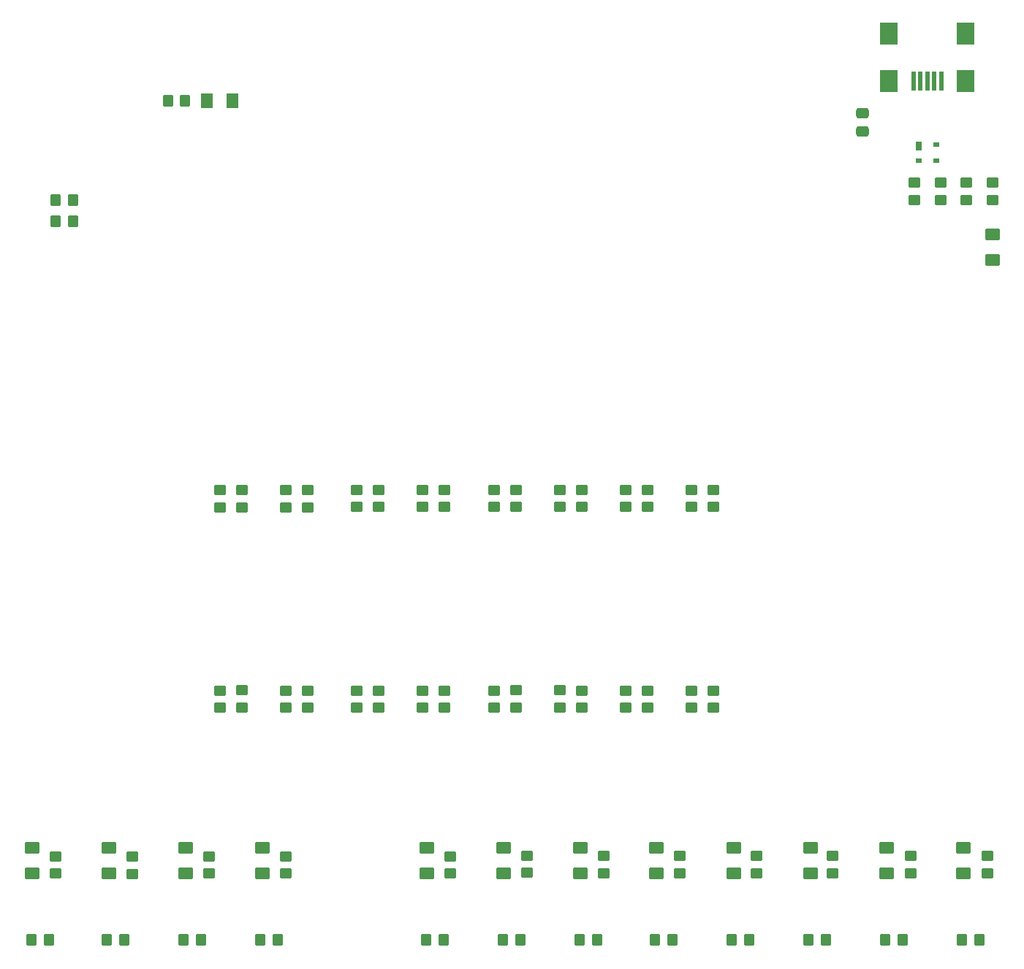
<source format=gtp>
G04 #@! TF.GenerationSoftware,KiCad,Pcbnew,(6.0.6)*
G04 #@! TF.CreationDate,2022-07-18T22:41:36+09:00*
G04 #@! TF.ProjectId,mifune_TE0890_local_board,6d696675-6e65-45f5-9445-303839305f6c,0.1*
G04 #@! TF.SameCoordinates,Original*
G04 #@! TF.FileFunction,Paste,Top*
G04 #@! TF.FilePolarity,Positive*
%FSLAX46Y46*%
G04 Gerber Fmt 4.6, Leading zero omitted, Abs format (unit mm)*
G04 Created by KiCad (PCBNEW (6.0.6)) date 2022-07-18 22:41:36*
%MOMM*%
%LPD*%
G01*
G04 APERTURE LIST*
G04 Aperture macros list*
%AMRoundRect*
0 Rectangle with rounded corners*
0 $1 Rounding radius*
0 $2 $3 $4 $5 $6 $7 $8 $9 X,Y pos of 4 corners*
0 Add a 4 corners polygon primitive as box body*
4,1,4,$2,$3,$4,$5,$6,$7,$8,$9,$2,$3,0*
0 Add four circle primitives for the rounded corners*
1,1,$1+$1,$2,$3*
1,1,$1+$1,$4,$5*
1,1,$1+$1,$6,$7*
1,1,$1+$1,$8,$9*
0 Add four rect primitives between the rounded corners*
20,1,$1+$1,$2,$3,$4,$5,0*
20,1,$1+$1,$4,$5,$6,$7,0*
20,1,$1+$1,$6,$7,$8,$9,0*
20,1,$1+$1,$8,$9,$2,$3,0*%
G04 Aperture macros list end*
%ADD10R,0.700000X1.000000*%
%ADD11R,0.700000X0.600000*%
%ADD12RoundRect,0.250001X-0.624999X0.462499X-0.624999X-0.462499X0.624999X-0.462499X0.624999X0.462499X0*%
%ADD13RoundRect,0.250000X0.350000X0.450000X-0.350000X0.450000X-0.350000X-0.450000X0.350000X-0.450000X0*%
%ADD14RoundRect,0.250000X0.450000X-0.350000X0.450000X0.350000X-0.450000X0.350000X-0.450000X-0.350000X0*%
%ADD15RoundRect,0.250001X0.462499X0.624999X-0.462499X0.624999X-0.462499X-0.624999X0.462499X-0.624999X0*%
%ADD16RoundRect,0.250000X-0.450000X0.350000X-0.450000X-0.350000X0.450000X-0.350000X0.450000X0.350000X0*%
%ADD17R,0.500000X2.300000*%
%ADD18R,2.000000X2.500000*%
%ADD19RoundRect,0.250000X-0.475000X0.337500X-0.475000X-0.337500X0.475000X-0.337500X0.475000X0.337500X0*%
%ADD20RoundRect,0.250000X-0.350000X-0.450000X0.350000X-0.450000X0.350000X0.450000X-0.350000X0.450000X0*%
%ADD21RoundRect,0.250001X0.624999X-0.462499X0.624999X0.462499X-0.624999X0.462499X-0.624999X-0.462499X0*%
G04 APERTURE END LIST*
D10*
X151000000Y-45250000D03*
D11*
X151000000Y-46950000D03*
X153000000Y-46950000D03*
X153000000Y-45050000D03*
D12*
X111760000Y-126604700D03*
X111760000Y-129579700D03*
D13*
X113709200Y-137287000D03*
X111709200Y-137287000D03*
X95929200Y-137287000D03*
X93929200Y-137287000D03*
D14*
X93522800Y-87106000D03*
X93522800Y-85106000D03*
X109423200Y-110362400D03*
X109423200Y-108362400D03*
X88442800Y-87106000D03*
X88442800Y-85106000D03*
D13*
X157981400Y-137287000D03*
X155981400Y-137287000D03*
D14*
X96062800Y-110372400D03*
X96062800Y-108372400D03*
X104343200Y-110362400D03*
X104343200Y-108362400D03*
D12*
X74930000Y-126615800D03*
X74930000Y-129590800D03*
D14*
X96697800Y-129600200D03*
X96697800Y-127600200D03*
D12*
X48260000Y-126619000D03*
X48260000Y-129594000D03*
D14*
X77622400Y-87115400D03*
X77622400Y-85115400D03*
X132207000Y-129565400D03*
X132207000Y-127565400D03*
X127177800Y-87106000D03*
X127177800Y-85106000D03*
X68732400Y-129600200D03*
X68732400Y-127600200D03*
X124663200Y-110372400D03*
X124663200Y-108372400D03*
D15*
X71487500Y-40000000D03*
X68512500Y-40000000D03*
D14*
X111937800Y-87106000D03*
X111937800Y-85106000D03*
D12*
X129540000Y-126604700D03*
X129540000Y-129579700D03*
D14*
X72567800Y-110350400D03*
X72567800Y-108350400D03*
X96062800Y-87106000D03*
X96062800Y-85106000D03*
X70027800Y-110372400D03*
X70027800Y-108372400D03*
D16*
X150499999Y-49499987D03*
X150499999Y-51499987D03*
D14*
X101777800Y-87106000D03*
X101777800Y-85106000D03*
D16*
X153499999Y-49499987D03*
X153499999Y-51499987D03*
D17*
X153593600Y-37700000D03*
X152793600Y-37700000D03*
X151993600Y-37700000D03*
X151193600Y-37700000D03*
X150393600Y-37700000D03*
D18*
X156443600Y-37700000D03*
X147543600Y-37700000D03*
X156443600Y-32200000D03*
X147543600Y-32200000D03*
D13*
X76701400Y-137287000D03*
X74701400Y-137287000D03*
D14*
X150012400Y-129565400D03*
X150012400Y-127565400D03*
D13*
X149116800Y-137287000D03*
X147116800Y-137287000D03*
D16*
X159499999Y-49499987D03*
X159499999Y-51499987D03*
D14*
X156499999Y-51499987D03*
X156499999Y-49499987D03*
X123317000Y-129565400D03*
X123317000Y-127565400D03*
X101803200Y-110372400D03*
X101803200Y-108372400D03*
X111963200Y-110372400D03*
X111963200Y-108372400D03*
D12*
X102870000Y-126604700D03*
X102870000Y-129579700D03*
D14*
X80187800Y-110372400D03*
X80187800Y-108372400D03*
X117043200Y-110372400D03*
X117043200Y-108372400D03*
D12*
X66040000Y-126604700D03*
X66040000Y-129579700D03*
X93980000Y-126604700D03*
X93980000Y-129579700D03*
D13*
X104819200Y-137287000D03*
X102819200Y-137287000D03*
D19*
X144500000Y-41462500D03*
X144500000Y-43537500D03*
D13*
X140201400Y-137287000D03*
X138201400Y-137287000D03*
D12*
X120624600Y-126604700D03*
X120624600Y-129579700D03*
D14*
X80162400Y-87115400D03*
X80162400Y-85115400D03*
X85902800Y-110372400D03*
X85902800Y-108372400D03*
X85902800Y-87106000D03*
X85902800Y-85106000D03*
D13*
X122421400Y-137287000D03*
X120421400Y-137287000D03*
D14*
X119557800Y-87106000D03*
X119557800Y-85106000D03*
X114477800Y-129549400D03*
X114477800Y-127549400D03*
X105562400Y-129514600D03*
X105562400Y-127514600D03*
X109397800Y-87106000D03*
X109397800Y-85106000D03*
D20*
X64000000Y-40000000D03*
X66000000Y-40000000D03*
X51000000Y-51500000D03*
X53000000Y-51500000D03*
D14*
X127203200Y-110372400D03*
X127203200Y-108372400D03*
X119583200Y-110372400D03*
X119583200Y-108372400D03*
X72542400Y-87115400D03*
X72542400Y-85115400D03*
D20*
X51000000Y-54000000D03*
X53000000Y-54000000D03*
D13*
X67811400Y-137287000D03*
X65811400Y-137287000D03*
X131311400Y-137287000D03*
X129311400Y-137287000D03*
D14*
X50952400Y-129600200D03*
X50952400Y-127600200D03*
X77647800Y-110372400D03*
X77647800Y-108372400D03*
X59842400Y-129616200D03*
X59842400Y-127616200D03*
X70002400Y-87115400D03*
X70002400Y-85115400D03*
D12*
X147294600Y-126604700D03*
X147294600Y-129579700D03*
D13*
X50199800Y-137261600D03*
X48199800Y-137261600D03*
D14*
X77647800Y-129600200D03*
X77647800Y-127600200D03*
D12*
X156184600Y-126604700D03*
X156184600Y-129579700D03*
D14*
X117017800Y-87106000D03*
X117017800Y-85106000D03*
X158902400Y-129565400D03*
X158902400Y-127565400D03*
X124637800Y-87106000D03*
X124637800Y-85106000D03*
X104317800Y-87106000D03*
X104317800Y-85106000D03*
D13*
X58921400Y-137282000D03*
X56921400Y-137282000D03*
D12*
X57150000Y-126619000D03*
X57150000Y-129594000D03*
D14*
X141020800Y-129565400D03*
X141020800Y-127565400D03*
X88442800Y-110372400D03*
X88442800Y-108372400D03*
D21*
X159499999Y-58487487D03*
X159499999Y-55512487D03*
D14*
X93522800Y-110372400D03*
X93522800Y-108372400D03*
D12*
X138430000Y-126604700D03*
X138430000Y-129579700D03*
M02*

</source>
